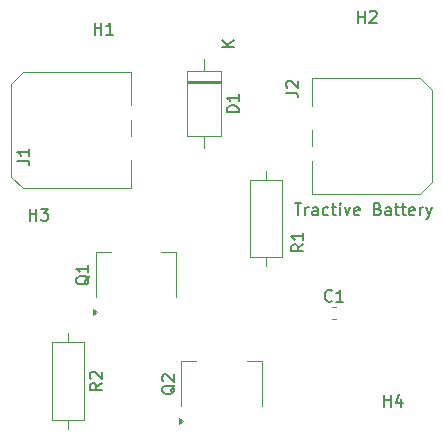
<source format=gbr>
%TF.GenerationSoftware,KiCad,Pcbnew,9.0.4*%
%TF.CreationDate,2025-10-16T23:04:56-05:00*%
%TF.ProjectId,new project,6e657720-7072-46f6-9a65-63742e6b6963,rev?*%
%TF.SameCoordinates,Original*%
%TF.FileFunction,Legend,Top*%
%TF.FilePolarity,Positive*%
%FSLAX46Y46*%
G04 Gerber Fmt 4.6, Leading zero omitted, Abs format (unit mm)*
G04 Created by KiCad (PCBNEW 9.0.4) date 2025-10-16 23:04:56*
%MOMM*%
%LPD*%
G01*
G04 APERTURE LIST*
%ADD10C,0.150000*%
%ADD11C,0.120000*%
G04 APERTURE END LIST*
D10*
X133407198Y-80666666D02*
X132931007Y-80999999D01*
X133407198Y-81238094D02*
X132407198Y-81238094D01*
X132407198Y-81238094D02*
X132407198Y-80857142D01*
X132407198Y-80857142D02*
X132454817Y-80761904D01*
X132454817Y-80761904D02*
X132502436Y-80714285D01*
X132502436Y-80714285D02*
X132597674Y-80666666D01*
X132597674Y-80666666D02*
X132740531Y-80666666D01*
X132740531Y-80666666D02*
X132835769Y-80714285D01*
X132835769Y-80714285D02*
X132883388Y-80761904D01*
X132883388Y-80761904D02*
X132931007Y-80857142D01*
X132931007Y-80857142D02*
X132931007Y-81238094D01*
X133407198Y-79714285D02*
X133407198Y-80285713D01*
X133407198Y-79999999D02*
X132407198Y-79999999D01*
X132407198Y-79999999D02*
X132550055Y-80095237D01*
X132550055Y-80095237D02*
X132645293Y-80190475D01*
X132645293Y-80190475D02*
X132692912Y-80285713D01*
X140238095Y-94404819D02*
X140238095Y-93404819D01*
X140238095Y-93881009D02*
X140809523Y-93881009D01*
X140809523Y-94404819D02*
X140809523Y-93404819D01*
X141714285Y-93738152D02*
X141714285Y-94404819D01*
X141476190Y-93357200D02*
X141238095Y-94071485D01*
X141238095Y-94071485D02*
X141857142Y-94071485D01*
X110238095Y-78654819D02*
X110238095Y-77654819D01*
X110238095Y-78131009D02*
X110809523Y-78131009D01*
X110809523Y-78654819D02*
X110809523Y-77654819D01*
X111190476Y-77654819D02*
X111809523Y-77654819D01*
X111809523Y-77654819D02*
X111476190Y-78035771D01*
X111476190Y-78035771D02*
X111619047Y-78035771D01*
X111619047Y-78035771D02*
X111714285Y-78083390D01*
X111714285Y-78083390D02*
X111761904Y-78131009D01*
X111761904Y-78131009D02*
X111809523Y-78226247D01*
X111809523Y-78226247D02*
X111809523Y-78464342D01*
X111809523Y-78464342D02*
X111761904Y-78559580D01*
X111761904Y-78559580D02*
X111714285Y-78607200D01*
X111714285Y-78607200D02*
X111619047Y-78654819D01*
X111619047Y-78654819D02*
X111333333Y-78654819D01*
X111333333Y-78654819D02*
X111238095Y-78607200D01*
X111238095Y-78607200D02*
X111190476Y-78559580D01*
X127924819Y-69488094D02*
X126924819Y-69488094D01*
X126924819Y-69488094D02*
X126924819Y-69249999D01*
X126924819Y-69249999D02*
X126972438Y-69107142D01*
X126972438Y-69107142D02*
X127067676Y-69011904D01*
X127067676Y-69011904D02*
X127162914Y-68964285D01*
X127162914Y-68964285D02*
X127353390Y-68916666D01*
X127353390Y-68916666D02*
X127496247Y-68916666D01*
X127496247Y-68916666D02*
X127686723Y-68964285D01*
X127686723Y-68964285D02*
X127781961Y-69011904D01*
X127781961Y-69011904D02*
X127877200Y-69107142D01*
X127877200Y-69107142D02*
X127924819Y-69249999D01*
X127924819Y-69249999D02*
X127924819Y-69488094D01*
X127924819Y-67964285D02*
X127924819Y-68535713D01*
X127924819Y-68249999D02*
X126924819Y-68249999D01*
X126924819Y-68249999D02*
X127067676Y-68345237D01*
X127067676Y-68345237D02*
X127162914Y-68440475D01*
X127162914Y-68440475D02*
X127210533Y-68535713D01*
X127554819Y-63931904D02*
X126554819Y-63931904D01*
X127554819Y-63360476D02*
X126983390Y-63789047D01*
X126554819Y-63360476D02*
X127126247Y-63931904D01*
X131954819Y-67833333D02*
X132669104Y-67833333D01*
X132669104Y-67833333D02*
X132811961Y-67880952D01*
X132811961Y-67880952D02*
X132907200Y-67976190D01*
X132907200Y-67976190D02*
X132954819Y-68119047D01*
X132954819Y-68119047D02*
X132954819Y-68214285D01*
X132050057Y-67404761D02*
X132002438Y-67357142D01*
X132002438Y-67357142D02*
X131954819Y-67261904D01*
X131954819Y-67261904D02*
X131954819Y-67023809D01*
X131954819Y-67023809D02*
X132002438Y-66928571D01*
X132002438Y-66928571D02*
X132050057Y-66880952D01*
X132050057Y-66880952D02*
X132145295Y-66833333D01*
X132145295Y-66833333D02*
X132240533Y-66833333D01*
X132240533Y-66833333D02*
X132383390Y-66880952D01*
X132383390Y-66880952D02*
X132954819Y-67452380D01*
X132954819Y-67452380D02*
X132954819Y-66833333D01*
X132666665Y-77204819D02*
X133238093Y-77204819D01*
X132952379Y-78204819D02*
X132952379Y-77204819D01*
X133571427Y-78204819D02*
X133571427Y-77538152D01*
X133571427Y-77728628D02*
X133619046Y-77633390D01*
X133619046Y-77633390D02*
X133666665Y-77585771D01*
X133666665Y-77585771D02*
X133761903Y-77538152D01*
X133761903Y-77538152D02*
X133857141Y-77538152D01*
X134619046Y-78204819D02*
X134619046Y-77681009D01*
X134619046Y-77681009D02*
X134571427Y-77585771D01*
X134571427Y-77585771D02*
X134476189Y-77538152D01*
X134476189Y-77538152D02*
X134285713Y-77538152D01*
X134285713Y-77538152D02*
X134190475Y-77585771D01*
X134619046Y-78157200D02*
X134523808Y-78204819D01*
X134523808Y-78204819D02*
X134285713Y-78204819D01*
X134285713Y-78204819D02*
X134190475Y-78157200D01*
X134190475Y-78157200D02*
X134142856Y-78061961D01*
X134142856Y-78061961D02*
X134142856Y-77966723D01*
X134142856Y-77966723D02*
X134190475Y-77871485D01*
X134190475Y-77871485D02*
X134285713Y-77823866D01*
X134285713Y-77823866D02*
X134523808Y-77823866D01*
X134523808Y-77823866D02*
X134619046Y-77776247D01*
X135523808Y-78157200D02*
X135428570Y-78204819D01*
X135428570Y-78204819D02*
X135238094Y-78204819D01*
X135238094Y-78204819D02*
X135142856Y-78157200D01*
X135142856Y-78157200D02*
X135095237Y-78109580D01*
X135095237Y-78109580D02*
X135047618Y-78014342D01*
X135047618Y-78014342D02*
X135047618Y-77728628D01*
X135047618Y-77728628D02*
X135095237Y-77633390D01*
X135095237Y-77633390D02*
X135142856Y-77585771D01*
X135142856Y-77585771D02*
X135238094Y-77538152D01*
X135238094Y-77538152D02*
X135428570Y-77538152D01*
X135428570Y-77538152D02*
X135523808Y-77585771D01*
X135809523Y-77538152D02*
X136190475Y-77538152D01*
X135952380Y-77204819D02*
X135952380Y-78061961D01*
X135952380Y-78061961D02*
X135999999Y-78157200D01*
X135999999Y-78157200D02*
X136095237Y-78204819D01*
X136095237Y-78204819D02*
X136190475Y-78204819D01*
X136523809Y-78204819D02*
X136523809Y-77538152D01*
X136523809Y-77204819D02*
X136476190Y-77252438D01*
X136476190Y-77252438D02*
X136523809Y-77300057D01*
X136523809Y-77300057D02*
X136571428Y-77252438D01*
X136571428Y-77252438D02*
X136523809Y-77204819D01*
X136523809Y-77204819D02*
X136523809Y-77300057D01*
X136904761Y-77538152D02*
X137142856Y-78204819D01*
X137142856Y-78204819D02*
X137380951Y-77538152D01*
X138142856Y-78157200D02*
X138047618Y-78204819D01*
X138047618Y-78204819D02*
X137857142Y-78204819D01*
X137857142Y-78204819D02*
X137761904Y-78157200D01*
X137761904Y-78157200D02*
X137714285Y-78061961D01*
X137714285Y-78061961D02*
X137714285Y-77681009D01*
X137714285Y-77681009D02*
X137761904Y-77585771D01*
X137761904Y-77585771D02*
X137857142Y-77538152D01*
X137857142Y-77538152D02*
X138047618Y-77538152D01*
X138047618Y-77538152D02*
X138142856Y-77585771D01*
X138142856Y-77585771D02*
X138190475Y-77681009D01*
X138190475Y-77681009D02*
X138190475Y-77776247D01*
X138190475Y-77776247D02*
X137714285Y-77871485D01*
X139714285Y-77681009D02*
X139857142Y-77728628D01*
X139857142Y-77728628D02*
X139904761Y-77776247D01*
X139904761Y-77776247D02*
X139952380Y-77871485D01*
X139952380Y-77871485D02*
X139952380Y-78014342D01*
X139952380Y-78014342D02*
X139904761Y-78109580D01*
X139904761Y-78109580D02*
X139857142Y-78157200D01*
X139857142Y-78157200D02*
X139761904Y-78204819D01*
X139761904Y-78204819D02*
X139380952Y-78204819D01*
X139380952Y-78204819D02*
X139380952Y-77204819D01*
X139380952Y-77204819D02*
X139714285Y-77204819D01*
X139714285Y-77204819D02*
X139809523Y-77252438D01*
X139809523Y-77252438D02*
X139857142Y-77300057D01*
X139857142Y-77300057D02*
X139904761Y-77395295D01*
X139904761Y-77395295D02*
X139904761Y-77490533D01*
X139904761Y-77490533D02*
X139857142Y-77585771D01*
X139857142Y-77585771D02*
X139809523Y-77633390D01*
X139809523Y-77633390D02*
X139714285Y-77681009D01*
X139714285Y-77681009D02*
X139380952Y-77681009D01*
X140809523Y-78204819D02*
X140809523Y-77681009D01*
X140809523Y-77681009D02*
X140761904Y-77585771D01*
X140761904Y-77585771D02*
X140666666Y-77538152D01*
X140666666Y-77538152D02*
X140476190Y-77538152D01*
X140476190Y-77538152D02*
X140380952Y-77585771D01*
X140809523Y-78157200D02*
X140714285Y-78204819D01*
X140714285Y-78204819D02*
X140476190Y-78204819D01*
X140476190Y-78204819D02*
X140380952Y-78157200D01*
X140380952Y-78157200D02*
X140333333Y-78061961D01*
X140333333Y-78061961D02*
X140333333Y-77966723D01*
X140333333Y-77966723D02*
X140380952Y-77871485D01*
X140380952Y-77871485D02*
X140476190Y-77823866D01*
X140476190Y-77823866D02*
X140714285Y-77823866D01*
X140714285Y-77823866D02*
X140809523Y-77776247D01*
X141142857Y-77538152D02*
X141523809Y-77538152D01*
X141285714Y-77204819D02*
X141285714Y-78061961D01*
X141285714Y-78061961D02*
X141333333Y-78157200D01*
X141333333Y-78157200D02*
X141428571Y-78204819D01*
X141428571Y-78204819D02*
X141523809Y-78204819D01*
X141714286Y-77538152D02*
X142095238Y-77538152D01*
X141857143Y-77204819D02*
X141857143Y-78061961D01*
X141857143Y-78061961D02*
X141904762Y-78157200D01*
X141904762Y-78157200D02*
X142000000Y-78204819D01*
X142000000Y-78204819D02*
X142095238Y-78204819D01*
X142809524Y-78157200D02*
X142714286Y-78204819D01*
X142714286Y-78204819D02*
X142523810Y-78204819D01*
X142523810Y-78204819D02*
X142428572Y-78157200D01*
X142428572Y-78157200D02*
X142380953Y-78061961D01*
X142380953Y-78061961D02*
X142380953Y-77681009D01*
X142380953Y-77681009D02*
X142428572Y-77585771D01*
X142428572Y-77585771D02*
X142523810Y-77538152D01*
X142523810Y-77538152D02*
X142714286Y-77538152D01*
X142714286Y-77538152D02*
X142809524Y-77585771D01*
X142809524Y-77585771D02*
X142857143Y-77681009D01*
X142857143Y-77681009D02*
X142857143Y-77776247D01*
X142857143Y-77776247D02*
X142380953Y-77871485D01*
X143285715Y-78204819D02*
X143285715Y-77538152D01*
X143285715Y-77728628D02*
X143333334Y-77633390D01*
X143333334Y-77633390D02*
X143380953Y-77585771D01*
X143380953Y-77585771D02*
X143476191Y-77538152D01*
X143476191Y-77538152D02*
X143571429Y-77538152D01*
X143809525Y-77538152D02*
X144047620Y-78204819D01*
X144285715Y-77538152D02*
X144047620Y-78204819D01*
X144047620Y-78204819D02*
X143952382Y-78442914D01*
X143952382Y-78442914D02*
X143904763Y-78490533D01*
X143904763Y-78490533D02*
X143809525Y-78538152D01*
X115300057Y-83345238D02*
X115252438Y-83440476D01*
X115252438Y-83440476D02*
X115157200Y-83535714D01*
X115157200Y-83535714D02*
X115014342Y-83678571D01*
X115014342Y-83678571D02*
X114966723Y-83773809D01*
X114966723Y-83773809D02*
X114966723Y-83869047D01*
X115204819Y-83821428D02*
X115157200Y-83916666D01*
X115157200Y-83916666D02*
X115061961Y-84011904D01*
X115061961Y-84011904D02*
X114871485Y-84059523D01*
X114871485Y-84059523D02*
X114538152Y-84059523D01*
X114538152Y-84059523D02*
X114347676Y-84011904D01*
X114347676Y-84011904D02*
X114252438Y-83916666D01*
X114252438Y-83916666D02*
X114204819Y-83821428D01*
X114204819Y-83821428D02*
X114204819Y-83630952D01*
X114204819Y-83630952D02*
X114252438Y-83535714D01*
X114252438Y-83535714D02*
X114347676Y-83440476D01*
X114347676Y-83440476D02*
X114538152Y-83392857D01*
X114538152Y-83392857D02*
X114871485Y-83392857D01*
X114871485Y-83392857D02*
X115061961Y-83440476D01*
X115061961Y-83440476D02*
X115157200Y-83535714D01*
X115157200Y-83535714D02*
X115204819Y-83630952D01*
X115204819Y-83630952D02*
X115204819Y-83821428D01*
X115204819Y-82440476D02*
X115204819Y-83011904D01*
X115204819Y-82726190D02*
X114204819Y-82726190D01*
X114204819Y-82726190D02*
X114347676Y-82821428D01*
X114347676Y-82821428D02*
X114442914Y-82916666D01*
X114442914Y-82916666D02*
X114490533Y-83011904D01*
X122550057Y-92595238D02*
X122502438Y-92690476D01*
X122502438Y-92690476D02*
X122407200Y-92785714D01*
X122407200Y-92785714D02*
X122264342Y-92928571D01*
X122264342Y-92928571D02*
X122216723Y-93023809D01*
X122216723Y-93023809D02*
X122216723Y-93119047D01*
X122454819Y-93071428D02*
X122407200Y-93166666D01*
X122407200Y-93166666D02*
X122311961Y-93261904D01*
X122311961Y-93261904D02*
X122121485Y-93309523D01*
X122121485Y-93309523D02*
X121788152Y-93309523D01*
X121788152Y-93309523D02*
X121597676Y-93261904D01*
X121597676Y-93261904D02*
X121502438Y-93166666D01*
X121502438Y-93166666D02*
X121454819Y-93071428D01*
X121454819Y-93071428D02*
X121454819Y-92880952D01*
X121454819Y-92880952D02*
X121502438Y-92785714D01*
X121502438Y-92785714D02*
X121597676Y-92690476D01*
X121597676Y-92690476D02*
X121788152Y-92642857D01*
X121788152Y-92642857D02*
X122121485Y-92642857D01*
X122121485Y-92642857D02*
X122311961Y-92690476D01*
X122311961Y-92690476D02*
X122407200Y-92785714D01*
X122407200Y-92785714D02*
X122454819Y-92880952D01*
X122454819Y-92880952D02*
X122454819Y-93071428D01*
X121550057Y-92261904D02*
X121502438Y-92214285D01*
X121502438Y-92214285D02*
X121454819Y-92119047D01*
X121454819Y-92119047D02*
X121454819Y-91880952D01*
X121454819Y-91880952D02*
X121502438Y-91785714D01*
X121502438Y-91785714D02*
X121550057Y-91738095D01*
X121550057Y-91738095D02*
X121645295Y-91690476D01*
X121645295Y-91690476D02*
X121740533Y-91690476D01*
X121740533Y-91690476D02*
X121883390Y-91738095D01*
X121883390Y-91738095D02*
X122454819Y-92309523D01*
X122454819Y-92309523D02*
X122454819Y-91690476D01*
X138051635Y-61907579D02*
X138051635Y-60907579D01*
X138051635Y-61383769D02*
X138623063Y-61383769D01*
X138623063Y-61907579D02*
X138623063Y-60907579D01*
X139051635Y-61002817D02*
X139099254Y-60955198D01*
X139099254Y-60955198D02*
X139194492Y-60907579D01*
X139194492Y-60907579D02*
X139432587Y-60907579D01*
X139432587Y-60907579D02*
X139527825Y-60955198D01*
X139527825Y-60955198D02*
X139575444Y-61002817D01*
X139575444Y-61002817D02*
X139623063Y-61098055D01*
X139623063Y-61098055D02*
X139623063Y-61193293D01*
X139623063Y-61193293D02*
X139575444Y-61336150D01*
X139575444Y-61336150D02*
X139004016Y-61907579D01*
X139004016Y-61907579D02*
X139623063Y-61907579D01*
X135833333Y-85429580D02*
X135785714Y-85477200D01*
X135785714Y-85477200D02*
X135642857Y-85524819D01*
X135642857Y-85524819D02*
X135547619Y-85524819D01*
X135547619Y-85524819D02*
X135404762Y-85477200D01*
X135404762Y-85477200D02*
X135309524Y-85381961D01*
X135309524Y-85381961D02*
X135261905Y-85286723D01*
X135261905Y-85286723D02*
X135214286Y-85096247D01*
X135214286Y-85096247D02*
X135214286Y-84953390D01*
X135214286Y-84953390D02*
X135261905Y-84762914D01*
X135261905Y-84762914D02*
X135309524Y-84667676D01*
X135309524Y-84667676D02*
X135404762Y-84572438D01*
X135404762Y-84572438D02*
X135547619Y-84524819D01*
X135547619Y-84524819D02*
X135642857Y-84524819D01*
X135642857Y-84524819D02*
X135785714Y-84572438D01*
X135785714Y-84572438D02*
X135833333Y-84620057D01*
X136785714Y-85524819D02*
X136214286Y-85524819D01*
X136500000Y-85524819D02*
X136500000Y-84524819D01*
X136500000Y-84524819D02*
X136404762Y-84667676D01*
X136404762Y-84667676D02*
X136309524Y-84762914D01*
X136309524Y-84762914D02*
X136214286Y-84810533D01*
X115738095Y-62913419D02*
X115738095Y-61913419D01*
X115738095Y-62389609D02*
X116309523Y-62389609D01*
X116309523Y-62913419D02*
X116309523Y-61913419D01*
X117309523Y-62913419D02*
X116738095Y-62913419D01*
X117023809Y-62913419D02*
X117023809Y-61913419D01*
X117023809Y-61913419D02*
X116928571Y-62056276D01*
X116928571Y-62056276D02*
X116833333Y-62151514D01*
X116833333Y-62151514D02*
X116738095Y-62199133D01*
X109204819Y-73583333D02*
X109919104Y-73583333D01*
X109919104Y-73583333D02*
X110061961Y-73630952D01*
X110061961Y-73630952D02*
X110157200Y-73726190D01*
X110157200Y-73726190D02*
X110204819Y-73869047D01*
X110204819Y-73869047D02*
X110204819Y-73964285D01*
X110204819Y-72583333D02*
X110204819Y-73154761D01*
X110204819Y-72869047D02*
X109204819Y-72869047D01*
X109204819Y-72869047D02*
X109347676Y-72964285D01*
X109347676Y-72964285D02*
X109442914Y-73059523D01*
X109442914Y-73059523D02*
X109490533Y-73154761D01*
X116324819Y-92416666D02*
X115848628Y-92749999D01*
X116324819Y-92988094D02*
X115324819Y-92988094D01*
X115324819Y-92988094D02*
X115324819Y-92607142D01*
X115324819Y-92607142D02*
X115372438Y-92511904D01*
X115372438Y-92511904D02*
X115420057Y-92464285D01*
X115420057Y-92464285D02*
X115515295Y-92416666D01*
X115515295Y-92416666D02*
X115658152Y-92416666D01*
X115658152Y-92416666D02*
X115753390Y-92464285D01*
X115753390Y-92464285D02*
X115801009Y-92511904D01*
X115801009Y-92511904D02*
X115848628Y-92607142D01*
X115848628Y-92607142D02*
X115848628Y-92988094D01*
X115420057Y-92035713D02*
X115372438Y-91988094D01*
X115372438Y-91988094D02*
X115324819Y-91892856D01*
X115324819Y-91892856D02*
X115324819Y-91654761D01*
X115324819Y-91654761D02*
X115372438Y-91559523D01*
X115372438Y-91559523D02*
X115420057Y-91511904D01*
X115420057Y-91511904D02*
X115515295Y-91464285D01*
X115515295Y-91464285D02*
X115610533Y-91464285D01*
X115610533Y-91464285D02*
X115753390Y-91511904D01*
X115753390Y-91511904D02*
X116324819Y-92083332D01*
X116324819Y-92083332D02*
X116324819Y-91464285D01*
D11*
%TO.C,R1*%
X130250000Y-74460000D02*
X130250000Y-75230000D01*
X130250000Y-82540000D02*
X130250000Y-81770000D01*
X131620000Y-75230000D02*
X128880000Y-75230000D01*
X128880000Y-81770000D01*
X131620000Y-81770000D01*
X131620000Y-75230000D01*
%TO.C,D1*%
X125000000Y-65010000D02*
X125000000Y-66030000D01*
X125000000Y-72490000D02*
X125000000Y-71470000D01*
X126470000Y-66810000D02*
X123530000Y-66810000D01*
X126470000Y-66930000D02*
X123530000Y-66930000D01*
X126470000Y-67050000D02*
X123530000Y-67050000D01*
X126470000Y-66030000D02*
X123530000Y-66030000D01*
X123530000Y-71470000D01*
X126470000Y-71470000D01*
X126470000Y-66030000D01*
%TO.C,J2*%
X134160000Y-66565000D02*
X134160000Y-68990000D01*
X134160000Y-66565000D02*
X143280000Y-66565000D01*
X134160000Y-71010000D02*
X134160000Y-72348233D01*
X134160000Y-76435000D02*
X134160000Y-73651767D01*
X143280000Y-66565000D02*
X144280000Y-67565000D01*
X143280000Y-76435000D02*
X134160000Y-76435000D01*
X144280000Y-67565000D02*
X144280000Y-75435000D01*
X144280000Y-75435000D02*
X143280000Y-76435000D01*
%TO.C,Q1*%
X115840000Y-81340000D02*
X117100000Y-81340000D01*
X115840000Y-85100000D02*
X115840000Y-81340000D01*
X122660000Y-81340000D02*
X121400000Y-81340000D01*
X122660000Y-85100000D02*
X122660000Y-81340000D01*
X115940000Y-86380000D02*
X115610000Y-86620000D01*
X115610000Y-86140000D01*
X115940000Y-86380000D01*
G36*
X115940000Y-86380000D02*
G01*
X115610000Y-86620000D01*
X115610000Y-86140000D01*
X115940000Y-86380000D01*
G37*
%TO.C,Q2*%
X123090000Y-90590000D02*
X124350000Y-90590000D01*
X123090000Y-94350000D02*
X123090000Y-90590000D01*
X129910000Y-90590000D02*
X128650000Y-90590000D01*
X129910000Y-94350000D02*
X129910000Y-90590000D01*
X123190000Y-95630000D02*
X122860000Y-95870000D01*
X122860000Y-95390000D01*
X123190000Y-95630000D01*
G36*
X123190000Y-95630000D02*
G01*
X122860000Y-95870000D01*
X122860000Y-95390000D01*
X123190000Y-95630000D01*
G37*
%TO.C,C1*%
X135859420Y-85990000D02*
X136140580Y-85990000D01*
X135859420Y-87010000D02*
X136140580Y-87010000D01*
%TO.C,J1*%
X108685000Y-67065000D02*
X109685000Y-66065000D01*
X108685000Y-74935000D02*
X108685000Y-67065000D01*
X109685000Y-66065000D02*
X118805000Y-66065000D01*
X109685000Y-75935000D02*
X108685000Y-74935000D01*
X118805000Y-66065000D02*
X118805000Y-68848233D01*
X118805000Y-71490000D02*
X118805000Y-70151767D01*
X118805000Y-75935000D02*
X109685000Y-75935000D01*
X118805000Y-75935000D02*
X118805000Y-73510000D01*
%TO.C,R2*%
X113500000Y-88210000D02*
X113500000Y-88980000D01*
X113500000Y-96290000D02*
X113500000Y-95520000D01*
X114870000Y-88980000D02*
X112130000Y-88980000D01*
X112130000Y-95520000D01*
X114870000Y-95520000D01*
X114870000Y-88980000D01*
%TD*%
M02*

</source>
